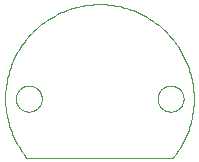
<source format=gbp>
G75*
%MOIN*%
%OFA0B0*%
%FSLAX25Y25*%
%IPPOS*%
%LPD*%
%AMOC8*
5,1,8,0,0,1.08239X$1,22.5*
%
%ADD10C,0.00000*%
%ADD11C,0.00300*%
D10*
X0008237Y0001406D02*
X0057056Y0001406D01*
X0051937Y0021091D02*
X0051939Y0021222D01*
X0051945Y0021354D01*
X0051955Y0021485D01*
X0051969Y0021616D01*
X0051987Y0021746D01*
X0052009Y0021875D01*
X0052034Y0022004D01*
X0052064Y0022132D01*
X0052098Y0022259D01*
X0052135Y0022386D01*
X0052176Y0022510D01*
X0052221Y0022634D01*
X0052270Y0022756D01*
X0052322Y0022877D01*
X0052378Y0022995D01*
X0052438Y0023113D01*
X0052501Y0023228D01*
X0052568Y0023341D01*
X0052638Y0023453D01*
X0052711Y0023562D01*
X0052787Y0023668D01*
X0052867Y0023773D01*
X0052950Y0023875D01*
X0053036Y0023974D01*
X0053125Y0024071D01*
X0053217Y0024165D01*
X0053312Y0024256D01*
X0053409Y0024345D01*
X0053509Y0024430D01*
X0053612Y0024512D01*
X0053717Y0024591D01*
X0053824Y0024667D01*
X0053934Y0024739D01*
X0054046Y0024808D01*
X0054160Y0024874D01*
X0054275Y0024936D01*
X0054393Y0024995D01*
X0054512Y0025050D01*
X0054633Y0025102D01*
X0054756Y0025149D01*
X0054880Y0025193D01*
X0055005Y0025234D01*
X0055131Y0025270D01*
X0055259Y0025303D01*
X0055387Y0025331D01*
X0055516Y0025356D01*
X0055646Y0025377D01*
X0055776Y0025394D01*
X0055907Y0025407D01*
X0056038Y0025416D01*
X0056169Y0025421D01*
X0056301Y0025422D01*
X0056432Y0025419D01*
X0056564Y0025412D01*
X0056695Y0025401D01*
X0056825Y0025386D01*
X0056955Y0025367D01*
X0057085Y0025344D01*
X0057213Y0025318D01*
X0057341Y0025287D01*
X0057468Y0025252D01*
X0057594Y0025214D01*
X0057718Y0025172D01*
X0057842Y0025126D01*
X0057963Y0025076D01*
X0058083Y0025023D01*
X0058202Y0024966D01*
X0058319Y0024906D01*
X0058433Y0024842D01*
X0058546Y0024774D01*
X0058657Y0024703D01*
X0058766Y0024629D01*
X0058872Y0024552D01*
X0058976Y0024471D01*
X0059077Y0024388D01*
X0059176Y0024301D01*
X0059272Y0024211D01*
X0059365Y0024118D01*
X0059456Y0024023D01*
X0059543Y0023925D01*
X0059628Y0023824D01*
X0059709Y0023721D01*
X0059787Y0023615D01*
X0059862Y0023507D01*
X0059934Y0023397D01*
X0060002Y0023285D01*
X0060067Y0023171D01*
X0060128Y0023054D01*
X0060186Y0022936D01*
X0060240Y0022816D01*
X0060291Y0022695D01*
X0060338Y0022572D01*
X0060381Y0022448D01*
X0060420Y0022323D01*
X0060456Y0022196D01*
X0060487Y0022068D01*
X0060515Y0021940D01*
X0060539Y0021811D01*
X0060559Y0021681D01*
X0060575Y0021550D01*
X0060587Y0021419D01*
X0060595Y0021288D01*
X0060599Y0021157D01*
X0060599Y0021025D01*
X0060595Y0020894D01*
X0060587Y0020763D01*
X0060575Y0020632D01*
X0060559Y0020501D01*
X0060539Y0020371D01*
X0060515Y0020242D01*
X0060487Y0020114D01*
X0060456Y0019986D01*
X0060420Y0019859D01*
X0060381Y0019734D01*
X0060338Y0019610D01*
X0060291Y0019487D01*
X0060240Y0019366D01*
X0060186Y0019246D01*
X0060128Y0019128D01*
X0060067Y0019011D01*
X0060002Y0018897D01*
X0059934Y0018785D01*
X0059862Y0018675D01*
X0059787Y0018567D01*
X0059709Y0018461D01*
X0059628Y0018358D01*
X0059543Y0018257D01*
X0059456Y0018159D01*
X0059365Y0018064D01*
X0059272Y0017971D01*
X0059176Y0017881D01*
X0059077Y0017794D01*
X0058976Y0017711D01*
X0058872Y0017630D01*
X0058766Y0017553D01*
X0058657Y0017479D01*
X0058546Y0017408D01*
X0058434Y0017340D01*
X0058319Y0017276D01*
X0058202Y0017216D01*
X0058083Y0017159D01*
X0057963Y0017106D01*
X0057842Y0017056D01*
X0057718Y0017010D01*
X0057594Y0016968D01*
X0057468Y0016930D01*
X0057341Y0016895D01*
X0057213Y0016864D01*
X0057085Y0016838D01*
X0056955Y0016815D01*
X0056825Y0016796D01*
X0056695Y0016781D01*
X0056564Y0016770D01*
X0056432Y0016763D01*
X0056301Y0016760D01*
X0056169Y0016761D01*
X0056038Y0016766D01*
X0055907Y0016775D01*
X0055776Y0016788D01*
X0055646Y0016805D01*
X0055516Y0016826D01*
X0055387Y0016851D01*
X0055259Y0016879D01*
X0055131Y0016912D01*
X0055005Y0016948D01*
X0054880Y0016989D01*
X0054756Y0017033D01*
X0054633Y0017080D01*
X0054512Y0017132D01*
X0054393Y0017187D01*
X0054275Y0017246D01*
X0054160Y0017308D01*
X0054046Y0017374D01*
X0053934Y0017443D01*
X0053824Y0017515D01*
X0053717Y0017591D01*
X0053612Y0017670D01*
X0053509Y0017752D01*
X0053409Y0017837D01*
X0053312Y0017926D01*
X0053217Y0018017D01*
X0053125Y0018111D01*
X0053036Y0018208D01*
X0052950Y0018307D01*
X0052867Y0018409D01*
X0052787Y0018514D01*
X0052711Y0018620D01*
X0052638Y0018729D01*
X0052568Y0018841D01*
X0052501Y0018954D01*
X0052438Y0019069D01*
X0052378Y0019187D01*
X0052322Y0019305D01*
X0052270Y0019426D01*
X0052221Y0019548D01*
X0052176Y0019672D01*
X0052135Y0019796D01*
X0052098Y0019923D01*
X0052064Y0020050D01*
X0052034Y0020178D01*
X0052009Y0020307D01*
X0051987Y0020436D01*
X0051969Y0020566D01*
X0051955Y0020697D01*
X0051945Y0020828D01*
X0051939Y0020960D01*
X0051937Y0021091D01*
X0004693Y0021091D02*
X0004695Y0021222D01*
X0004701Y0021354D01*
X0004711Y0021485D01*
X0004725Y0021616D01*
X0004743Y0021746D01*
X0004765Y0021875D01*
X0004790Y0022004D01*
X0004820Y0022132D01*
X0004854Y0022259D01*
X0004891Y0022386D01*
X0004932Y0022510D01*
X0004977Y0022634D01*
X0005026Y0022756D01*
X0005078Y0022877D01*
X0005134Y0022995D01*
X0005194Y0023113D01*
X0005257Y0023228D01*
X0005324Y0023341D01*
X0005394Y0023453D01*
X0005467Y0023562D01*
X0005543Y0023668D01*
X0005623Y0023773D01*
X0005706Y0023875D01*
X0005792Y0023974D01*
X0005881Y0024071D01*
X0005973Y0024165D01*
X0006068Y0024256D01*
X0006165Y0024345D01*
X0006265Y0024430D01*
X0006368Y0024512D01*
X0006473Y0024591D01*
X0006580Y0024667D01*
X0006690Y0024739D01*
X0006802Y0024808D01*
X0006916Y0024874D01*
X0007031Y0024936D01*
X0007149Y0024995D01*
X0007268Y0025050D01*
X0007389Y0025102D01*
X0007512Y0025149D01*
X0007636Y0025193D01*
X0007761Y0025234D01*
X0007887Y0025270D01*
X0008015Y0025303D01*
X0008143Y0025331D01*
X0008272Y0025356D01*
X0008402Y0025377D01*
X0008532Y0025394D01*
X0008663Y0025407D01*
X0008794Y0025416D01*
X0008925Y0025421D01*
X0009057Y0025422D01*
X0009188Y0025419D01*
X0009320Y0025412D01*
X0009451Y0025401D01*
X0009581Y0025386D01*
X0009711Y0025367D01*
X0009841Y0025344D01*
X0009969Y0025318D01*
X0010097Y0025287D01*
X0010224Y0025252D01*
X0010350Y0025214D01*
X0010474Y0025172D01*
X0010598Y0025126D01*
X0010719Y0025076D01*
X0010839Y0025023D01*
X0010958Y0024966D01*
X0011075Y0024906D01*
X0011189Y0024842D01*
X0011302Y0024774D01*
X0011413Y0024703D01*
X0011522Y0024629D01*
X0011628Y0024552D01*
X0011732Y0024471D01*
X0011833Y0024388D01*
X0011932Y0024301D01*
X0012028Y0024211D01*
X0012121Y0024118D01*
X0012212Y0024023D01*
X0012299Y0023925D01*
X0012384Y0023824D01*
X0012465Y0023721D01*
X0012543Y0023615D01*
X0012618Y0023507D01*
X0012690Y0023397D01*
X0012758Y0023285D01*
X0012823Y0023171D01*
X0012884Y0023054D01*
X0012942Y0022936D01*
X0012996Y0022816D01*
X0013047Y0022695D01*
X0013094Y0022572D01*
X0013137Y0022448D01*
X0013176Y0022323D01*
X0013212Y0022196D01*
X0013243Y0022068D01*
X0013271Y0021940D01*
X0013295Y0021811D01*
X0013315Y0021681D01*
X0013331Y0021550D01*
X0013343Y0021419D01*
X0013351Y0021288D01*
X0013355Y0021157D01*
X0013355Y0021025D01*
X0013351Y0020894D01*
X0013343Y0020763D01*
X0013331Y0020632D01*
X0013315Y0020501D01*
X0013295Y0020371D01*
X0013271Y0020242D01*
X0013243Y0020114D01*
X0013212Y0019986D01*
X0013176Y0019859D01*
X0013137Y0019734D01*
X0013094Y0019610D01*
X0013047Y0019487D01*
X0012996Y0019366D01*
X0012942Y0019246D01*
X0012884Y0019128D01*
X0012823Y0019011D01*
X0012758Y0018897D01*
X0012690Y0018785D01*
X0012618Y0018675D01*
X0012543Y0018567D01*
X0012465Y0018461D01*
X0012384Y0018358D01*
X0012299Y0018257D01*
X0012212Y0018159D01*
X0012121Y0018064D01*
X0012028Y0017971D01*
X0011932Y0017881D01*
X0011833Y0017794D01*
X0011732Y0017711D01*
X0011628Y0017630D01*
X0011522Y0017553D01*
X0011413Y0017479D01*
X0011302Y0017408D01*
X0011190Y0017340D01*
X0011075Y0017276D01*
X0010958Y0017216D01*
X0010839Y0017159D01*
X0010719Y0017106D01*
X0010598Y0017056D01*
X0010474Y0017010D01*
X0010350Y0016968D01*
X0010224Y0016930D01*
X0010097Y0016895D01*
X0009969Y0016864D01*
X0009841Y0016838D01*
X0009711Y0016815D01*
X0009581Y0016796D01*
X0009451Y0016781D01*
X0009320Y0016770D01*
X0009188Y0016763D01*
X0009057Y0016760D01*
X0008925Y0016761D01*
X0008794Y0016766D01*
X0008663Y0016775D01*
X0008532Y0016788D01*
X0008402Y0016805D01*
X0008272Y0016826D01*
X0008143Y0016851D01*
X0008015Y0016879D01*
X0007887Y0016912D01*
X0007761Y0016948D01*
X0007636Y0016989D01*
X0007512Y0017033D01*
X0007389Y0017080D01*
X0007268Y0017132D01*
X0007149Y0017187D01*
X0007031Y0017246D01*
X0006916Y0017308D01*
X0006802Y0017374D01*
X0006690Y0017443D01*
X0006580Y0017515D01*
X0006473Y0017591D01*
X0006368Y0017670D01*
X0006265Y0017752D01*
X0006165Y0017837D01*
X0006068Y0017926D01*
X0005973Y0018017D01*
X0005881Y0018111D01*
X0005792Y0018208D01*
X0005706Y0018307D01*
X0005623Y0018409D01*
X0005543Y0018514D01*
X0005467Y0018620D01*
X0005394Y0018729D01*
X0005324Y0018841D01*
X0005257Y0018954D01*
X0005194Y0019069D01*
X0005134Y0019187D01*
X0005078Y0019305D01*
X0005026Y0019426D01*
X0004977Y0019548D01*
X0004932Y0019672D01*
X0004891Y0019796D01*
X0004854Y0019923D01*
X0004820Y0020050D01*
X0004790Y0020178D01*
X0004765Y0020307D01*
X0004743Y0020436D01*
X0004725Y0020566D01*
X0004711Y0020697D01*
X0004701Y0020828D01*
X0004695Y0020960D01*
X0004693Y0021091D01*
D11*
X0001150Y0021092D02*
X0001159Y0021861D01*
X0001187Y0022630D01*
X0001233Y0023398D01*
X0001298Y0024165D01*
X0001382Y0024930D01*
X0001485Y0025693D01*
X0001606Y0026453D01*
X0001746Y0027210D01*
X0001905Y0027963D01*
X0002082Y0028712D01*
X0002277Y0029456D01*
X0002490Y0030196D01*
X0002722Y0030930D01*
X0002971Y0031658D01*
X0003238Y0032380D01*
X0003522Y0033095D01*
X0003824Y0033802D01*
X0004144Y0034503D01*
X0004480Y0035195D01*
X0004833Y0035879D01*
X0005203Y0036554D01*
X0005589Y0037219D01*
X0005992Y0037875D01*
X0006410Y0038521D01*
X0006844Y0039157D01*
X0007293Y0039781D01*
X0007758Y0040395D01*
X0008238Y0040997D01*
X0008732Y0041587D01*
X0009240Y0042165D01*
X0009762Y0042730D01*
X0010299Y0043282D01*
X0010848Y0043821D01*
X0011410Y0044346D01*
X0011986Y0044857D01*
X0012573Y0045354D01*
X0013173Y0045837D01*
X0013784Y0046305D01*
X0014406Y0046757D01*
X0015040Y0047195D01*
X0015683Y0047616D01*
X0016337Y0048022D01*
X0017001Y0048412D01*
X0017674Y0048785D01*
X0018356Y0049141D01*
X0019047Y0049481D01*
X0019745Y0049804D01*
X0020451Y0050110D01*
X0021165Y0050398D01*
X0021885Y0050668D01*
X0022612Y0050921D01*
X0023345Y0051156D01*
X0024083Y0051374D01*
X0024827Y0051572D01*
X0025575Y0051753D01*
X0026327Y0051915D01*
X0027083Y0052059D01*
X0027843Y0052184D01*
X0028605Y0052291D01*
X0029369Y0052379D01*
X0030136Y0052448D01*
X0030904Y0052498D01*
X0031673Y0052530D01*
X0032442Y0052543D01*
X0033212Y0052537D01*
X0033981Y0052512D01*
X0034749Y0052468D01*
X0035516Y0052405D01*
X0036282Y0052324D01*
X0037045Y0052224D01*
X0037805Y0052105D01*
X0038562Y0051968D01*
X0039316Y0051812D01*
X0040066Y0051638D01*
X0040811Y0051445D01*
X0041551Y0051235D01*
X0042286Y0051006D01*
X0043015Y0050759D01*
X0043737Y0050495D01*
X0044453Y0050213D01*
X0045162Y0049913D01*
X0045864Y0049596D01*
X0046557Y0049262D01*
X0047242Y0048912D01*
X0047918Y0048544D01*
X0048585Y0048160D01*
X0049243Y0047760D01*
X0049890Y0047344D01*
X0050527Y0046912D01*
X0051153Y0046465D01*
X0051769Y0046003D01*
X0052372Y0045525D01*
X0052964Y0045033D01*
X0053544Y0044527D01*
X0054110Y0044006D01*
X0054665Y0043472D01*
X0055205Y0042925D01*
X0055733Y0042364D01*
X0056246Y0041791D01*
X0056745Y0041205D01*
X0057230Y0040607D01*
X0057700Y0039998D01*
X0058154Y0039377D01*
X0058594Y0038745D01*
X0059018Y0038103D01*
X0059426Y0037450D01*
X0059818Y0036788D01*
X0060193Y0036116D01*
X0060552Y0035435D01*
X0060894Y0034746D01*
X0061220Y0034049D01*
X0061528Y0033343D01*
X0061819Y0032631D01*
X0062092Y0031911D01*
X0062347Y0031185D01*
X0062585Y0030453D01*
X0062804Y0029716D01*
X0063006Y0028973D01*
X0063189Y0028226D01*
X0063354Y0027474D01*
X0063501Y0026718D01*
X0063629Y0025959D01*
X0063738Y0025198D01*
X0063828Y0024433D01*
X0063900Y0023667D01*
X0063953Y0022899D01*
X0063988Y0022131D01*
X0064003Y0021361D01*
X0064000Y0020592D01*
X0063977Y0019822D01*
X0063936Y0019054D01*
X0063876Y0018287D01*
X0063798Y0017521D01*
X0063700Y0016758D01*
X0063584Y0015997D01*
X0063450Y0015239D01*
X0063296Y0014485D01*
X0063125Y0013735D01*
X0062935Y0012989D01*
X0062727Y0012248D01*
X0062501Y0011512D01*
X0062257Y0010782D01*
X0061995Y0010059D01*
X0061715Y0009342D01*
X0061418Y0008632D01*
X0061104Y0007929D01*
X0060772Y0007235D01*
X0060424Y0006549D01*
X0060059Y0005871D01*
X0059677Y0005203D01*
X0059279Y0004544D01*
X0058866Y0003895D01*
X0058436Y0003256D01*
X0057991Y0002629D01*
X0057531Y0002012D01*
X0057055Y0001407D01*
X0008236Y0001406D02*
X0007762Y0002002D01*
X0007302Y0002609D01*
X0006856Y0003227D01*
X0006426Y0003856D01*
X0006011Y0004495D01*
X0005612Y0005143D01*
X0005229Y0005802D01*
X0004862Y0006469D01*
X0004511Y0007145D01*
X0004176Y0007829D01*
X0003858Y0008522D01*
X0003557Y0009221D01*
X0003273Y0009928D01*
X0003007Y0010642D01*
X0002757Y0011362D01*
X0002526Y0012087D01*
X0002312Y0012818D01*
X0002115Y0013554D01*
X0001937Y0014295D01*
X0001776Y0015039D01*
X0001634Y0015788D01*
X0001510Y0016539D01*
X0001404Y0017293D01*
X0001316Y0018050D01*
X0001247Y0018809D01*
X0001196Y0019569D01*
X0001164Y0020330D01*
X0001150Y0021091D01*
M02*

</source>
